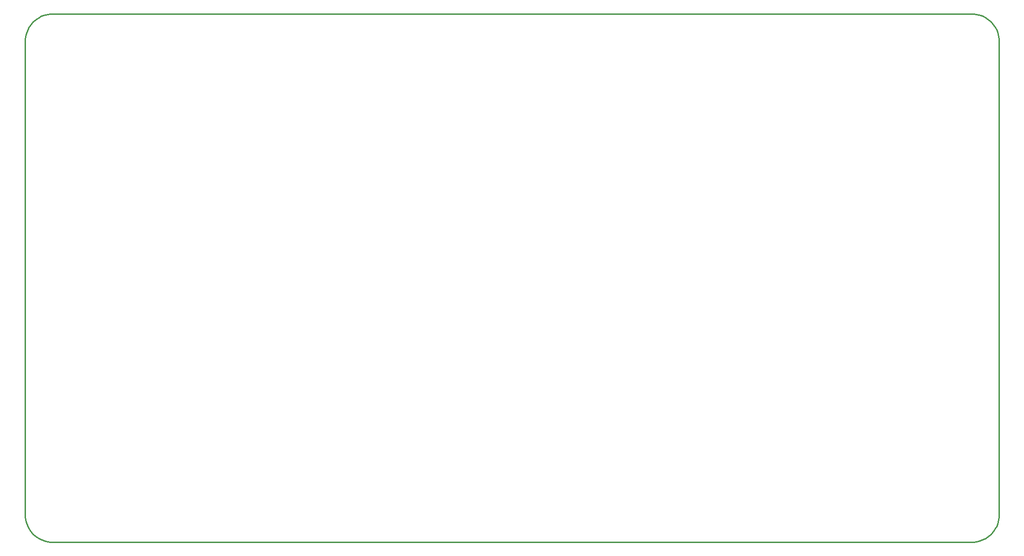
<source format=gbr>
G04 EAGLE Gerber RS-274X export*
G75*
%MOMM*%
%FSLAX34Y34*%
%LPD*%
%IN*%
%IPPOS*%
%AMOC8*
5,1,8,0,0,1.08239X$1,22.5*%
G01*
%ADD10C,0.254000*%


D10*
X0Y50000D02*
X190Y45642D01*
X760Y41318D01*
X1704Y37059D01*
X3015Y32899D01*
X4685Y28869D01*
X6699Y25000D01*
X9042Y21321D01*
X11698Y17861D01*
X14645Y14645D01*
X17861Y11698D01*
X21321Y9042D01*
X25000Y6699D01*
X28869Y4685D01*
X32899Y3015D01*
X37059Y1704D01*
X41318Y760D01*
X45642Y190D01*
X50000Y0D01*
X1728000Y0D01*
X1732358Y190D01*
X1736682Y760D01*
X1740941Y1704D01*
X1745101Y3015D01*
X1749131Y4685D01*
X1753000Y6699D01*
X1756679Y9042D01*
X1760139Y11698D01*
X1763355Y14645D01*
X1766302Y17861D01*
X1768958Y21321D01*
X1771301Y25000D01*
X1773315Y28869D01*
X1774985Y32899D01*
X1776296Y37059D01*
X1777240Y41318D01*
X1777810Y45642D01*
X1778000Y50000D01*
X1778000Y915200D01*
X1777810Y919558D01*
X1777240Y923882D01*
X1776296Y928141D01*
X1774985Y932301D01*
X1773315Y936331D01*
X1771301Y940200D01*
X1768958Y943879D01*
X1766302Y947339D01*
X1763355Y950555D01*
X1760139Y953502D01*
X1756679Y956158D01*
X1753000Y958501D01*
X1749131Y960515D01*
X1745101Y962185D01*
X1740941Y963496D01*
X1736682Y964440D01*
X1732358Y965010D01*
X1728000Y965200D01*
X50000Y965200D01*
X45642Y965010D01*
X41318Y964440D01*
X37059Y963496D01*
X32899Y962185D01*
X28869Y960515D01*
X25000Y958501D01*
X21321Y956158D01*
X17861Y953502D01*
X14645Y950555D01*
X11698Y947339D01*
X9042Y943879D01*
X6699Y940200D01*
X4685Y936331D01*
X3015Y932301D01*
X1704Y928141D01*
X760Y923882D01*
X190Y919558D01*
X0Y915200D01*
X0Y50000D01*
M02*

</source>
